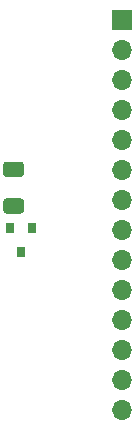
<source format=gbr>
%TF.GenerationSoftware,KiCad,Pcbnew,(5.1.10)-1*%
%TF.CreationDate,2021-09-14T14:18:59+02:00*%
%TF.ProjectId,BTS-MainBoard-Control,4254532d-4d61-4696-9e42-6f6172642d43,rev?*%
%TF.SameCoordinates,Original*%
%TF.FileFunction,Soldermask,Bot*%
%TF.FilePolarity,Negative*%
%FSLAX46Y46*%
G04 Gerber Fmt 4.6, Leading zero omitted, Abs format (unit mm)*
G04 Created by KiCad (PCBNEW (5.1.10)-1) date 2021-09-14 14:18:59*
%MOMM*%
%LPD*%
G01*
G04 APERTURE LIST*
%ADD10R,0.800000X0.900000*%
%ADD11O,1.700000X1.700000*%
%ADD12R,1.700000X1.700000*%
G04 APERTURE END LIST*
%TO.C,R8*%
G36*
G01*
X76844999Y-59320000D02*
X78095001Y-59320000D01*
G75*
G02*
X78345000Y-59569999I0J-249999D01*
G01*
X78345000Y-60370001D01*
G75*
G02*
X78095001Y-60620000I-249999J0D01*
G01*
X76844999Y-60620000D01*
G75*
G02*
X76595000Y-60370001I0J249999D01*
G01*
X76595000Y-59569999D01*
G75*
G02*
X76844999Y-59320000I249999J0D01*
G01*
G37*
G36*
G01*
X76844999Y-56220000D02*
X78095001Y-56220000D01*
G75*
G02*
X78345000Y-56469999I0J-249999D01*
G01*
X78345000Y-57270001D01*
G75*
G02*
X78095001Y-57520000I-249999J0D01*
G01*
X76844999Y-57520000D01*
G75*
G02*
X76595000Y-57270001I0J249999D01*
G01*
X76595000Y-56469999D01*
G75*
G02*
X76844999Y-56220000I249999J0D01*
G01*
G37*
%TD*%
D10*
%TO.C,Q1*%
X78105000Y-63865000D03*
X79055000Y-61865000D03*
X77155000Y-61865000D03*
%TD*%
D11*
%TO.C,J4*%
X86614000Y-77216000D03*
X86614000Y-74676000D03*
X86614000Y-72136000D03*
X86614000Y-69596000D03*
X86614000Y-67056000D03*
X86614000Y-64516000D03*
X86614000Y-61976000D03*
X86614000Y-59436000D03*
X86614000Y-56896000D03*
X86614000Y-54356000D03*
X86614000Y-51816000D03*
X86614000Y-49276000D03*
X86614000Y-46736000D03*
D12*
X86614000Y-44196000D03*
%TD*%
M02*

</source>
